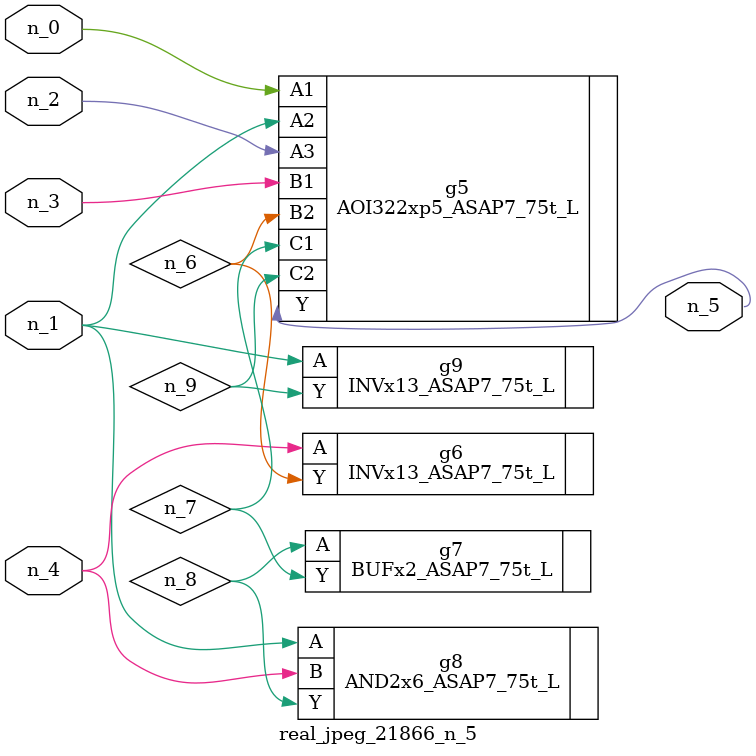
<source format=v>
module real_jpeg_21866_n_5 (n_4, n_0, n_1, n_2, n_3, n_5);

input n_4;
input n_0;
input n_1;
input n_2;
input n_3;

output n_5;

wire n_8;
wire n_6;
wire n_7;
wire n_9;

AOI322xp5_ASAP7_75t_L g5 ( 
.A1(n_0),
.A2(n_1),
.A3(n_2),
.B1(n_3),
.B2(n_6),
.C1(n_7),
.C2(n_9),
.Y(n_5)
);

AND2x6_ASAP7_75t_L g8 ( 
.A(n_1),
.B(n_4),
.Y(n_8)
);

INVx13_ASAP7_75t_L g9 ( 
.A(n_1),
.Y(n_9)
);

INVx13_ASAP7_75t_L g6 ( 
.A(n_4),
.Y(n_6)
);

BUFx2_ASAP7_75t_L g7 ( 
.A(n_8),
.Y(n_7)
);


endmodule
</source>
